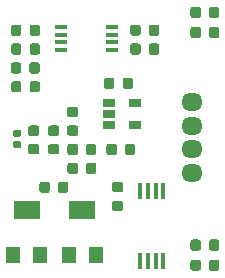
<source format=gtp>
G04 #@! TF.GenerationSoftware,KiCad,Pcbnew,(5.1.2)-1*
G04 #@! TF.CreationDate,2021-06-05T09:35:00+09:00*
G04 #@! TF.ProjectId,cs,63732e6b-6963-4616-945f-706362585858,v3.3*
G04 #@! TF.SameCoordinates,Original*
G04 #@! TF.FileFunction,Paste,Top*
G04 #@! TF.FilePolarity,Positive*
%FSLAX46Y46*%
G04 Gerber Fmt 4.6, Leading zero omitted, Abs format (unit mm)*
G04 Created by KiCad (PCBNEW (5.1.2)-1) date 2021-06-05 09:35:00*
%MOMM*%
%LPD*%
G04 APERTURE LIST*
%ADD10R,0.450000X1.450000*%
%ADD11R,1.100000X0.400000*%
%ADD12C,0.100000*%
%ADD13C,0.590000*%
%ADD14C,0.875000*%
%ADD15O,1.800000X1.524000*%
%ADD16R,1.060000X0.650000*%
%ADD17R,1.297940X1.399540*%
%ADD18R,2.298700X1.498600*%
G04 APERTURE END LIST*
D10*
X123825000Y-81050000D03*
X124475000Y-81050000D03*
X125125000Y-81050000D03*
X125775000Y-81050000D03*
X125775000Y-86950000D03*
X125125000Y-86950000D03*
X124475000Y-86950000D03*
X123825000Y-86950000D03*
D11*
X117150000Y-69075000D03*
X117150000Y-68425000D03*
X117150000Y-67775000D03*
X117150000Y-67125000D03*
X121450000Y-67125000D03*
X121450000Y-67775000D03*
X121450000Y-68425000D03*
X121450000Y-69075000D03*
D12*
G36*
X113586958Y-76805710D02*
G01*
X113601276Y-76807834D01*
X113615317Y-76811351D01*
X113628946Y-76816228D01*
X113642031Y-76822417D01*
X113654447Y-76829858D01*
X113666073Y-76838481D01*
X113676798Y-76848202D01*
X113686519Y-76858927D01*
X113695142Y-76870553D01*
X113702583Y-76882969D01*
X113708772Y-76896054D01*
X113713649Y-76909683D01*
X113717166Y-76923724D01*
X113719290Y-76938042D01*
X113720000Y-76952500D01*
X113720000Y-77247500D01*
X113719290Y-77261958D01*
X113717166Y-77276276D01*
X113713649Y-77290317D01*
X113708772Y-77303946D01*
X113702583Y-77317031D01*
X113695142Y-77329447D01*
X113686519Y-77341073D01*
X113676798Y-77351798D01*
X113666073Y-77361519D01*
X113654447Y-77370142D01*
X113642031Y-77377583D01*
X113628946Y-77383772D01*
X113615317Y-77388649D01*
X113601276Y-77392166D01*
X113586958Y-77394290D01*
X113572500Y-77395000D01*
X113227500Y-77395000D01*
X113213042Y-77394290D01*
X113198724Y-77392166D01*
X113184683Y-77388649D01*
X113171054Y-77383772D01*
X113157969Y-77377583D01*
X113145553Y-77370142D01*
X113133927Y-77361519D01*
X113123202Y-77351798D01*
X113113481Y-77341073D01*
X113104858Y-77329447D01*
X113097417Y-77317031D01*
X113091228Y-77303946D01*
X113086351Y-77290317D01*
X113082834Y-77276276D01*
X113080710Y-77261958D01*
X113080000Y-77247500D01*
X113080000Y-76952500D01*
X113080710Y-76938042D01*
X113082834Y-76923724D01*
X113086351Y-76909683D01*
X113091228Y-76896054D01*
X113097417Y-76882969D01*
X113104858Y-76870553D01*
X113113481Y-76858927D01*
X113123202Y-76848202D01*
X113133927Y-76838481D01*
X113145553Y-76829858D01*
X113157969Y-76822417D01*
X113171054Y-76816228D01*
X113184683Y-76811351D01*
X113198724Y-76807834D01*
X113213042Y-76805710D01*
X113227500Y-76805000D01*
X113572500Y-76805000D01*
X113586958Y-76805710D01*
X113586958Y-76805710D01*
G37*
D13*
X113400000Y-77100000D03*
D12*
G36*
X113586958Y-75835710D02*
G01*
X113601276Y-75837834D01*
X113615317Y-75841351D01*
X113628946Y-75846228D01*
X113642031Y-75852417D01*
X113654447Y-75859858D01*
X113666073Y-75868481D01*
X113676798Y-75878202D01*
X113686519Y-75888927D01*
X113695142Y-75900553D01*
X113702583Y-75912969D01*
X113708772Y-75926054D01*
X113713649Y-75939683D01*
X113717166Y-75953724D01*
X113719290Y-75968042D01*
X113720000Y-75982500D01*
X113720000Y-76277500D01*
X113719290Y-76291958D01*
X113717166Y-76306276D01*
X113713649Y-76320317D01*
X113708772Y-76333946D01*
X113702583Y-76347031D01*
X113695142Y-76359447D01*
X113686519Y-76371073D01*
X113676798Y-76381798D01*
X113666073Y-76391519D01*
X113654447Y-76400142D01*
X113642031Y-76407583D01*
X113628946Y-76413772D01*
X113615317Y-76418649D01*
X113601276Y-76422166D01*
X113586958Y-76424290D01*
X113572500Y-76425000D01*
X113227500Y-76425000D01*
X113213042Y-76424290D01*
X113198724Y-76422166D01*
X113184683Y-76418649D01*
X113171054Y-76413772D01*
X113157969Y-76407583D01*
X113145553Y-76400142D01*
X113133927Y-76391519D01*
X113123202Y-76381798D01*
X113113481Y-76371073D01*
X113104858Y-76359447D01*
X113097417Y-76347031D01*
X113091228Y-76333946D01*
X113086351Y-76320317D01*
X113082834Y-76306276D01*
X113080710Y-76291958D01*
X113080000Y-76277500D01*
X113080000Y-75982500D01*
X113080710Y-75968042D01*
X113082834Y-75953724D01*
X113086351Y-75939683D01*
X113091228Y-75926054D01*
X113097417Y-75912969D01*
X113104858Y-75900553D01*
X113113481Y-75888927D01*
X113123202Y-75878202D01*
X113133927Y-75868481D01*
X113145553Y-75859858D01*
X113157969Y-75852417D01*
X113171054Y-75846228D01*
X113184683Y-75841351D01*
X113198724Y-75837834D01*
X113213042Y-75835710D01*
X113227500Y-75835000D01*
X113572500Y-75835000D01*
X113586958Y-75835710D01*
X113586958Y-75835710D01*
G37*
D13*
X113400000Y-76130000D03*
D12*
G36*
X117539691Y-80226053D02*
G01*
X117560926Y-80229203D01*
X117581750Y-80234419D01*
X117601962Y-80241651D01*
X117621368Y-80250830D01*
X117639781Y-80261866D01*
X117657024Y-80274654D01*
X117672930Y-80289070D01*
X117687346Y-80304976D01*
X117700134Y-80322219D01*
X117711170Y-80340632D01*
X117720349Y-80360038D01*
X117727581Y-80380250D01*
X117732797Y-80401074D01*
X117735947Y-80422309D01*
X117737000Y-80443750D01*
X117737000Y-80956250D01*
X117735947Y-80977691D01*
X117732797Y-80998926D01*
X117727581Y-81019750D01*
X117720349Y-81039962D01*
X117711170Y-81059368D01*
X117700134Y-81077781D01*
X117687346Y-81095024D01*
X117672930Y-81110930D01*
X117657024Y-81125346D01*
X117639781Y-81138134D01*
X117621368Y-81149170D01*
X117601962Y-81158349D01*
X117581750Y-81165581D01*
X117560926Y-81170797D01*
X117539691Y-81173947D01*
X117518250Y-81175000D01*
X117080750Y-81175000D01*
X117059309Y-81173947D01*
X117038074Y-81170797D01*
X117017250Y-81165581D01*
X116997038Y-81158349D01*
X116977632Y-81149170D01*
X116959219Y-81138134D01*
X116941976Y-81125346D01*
X116926070Y-81110930D01*
X116911654Y-81095024D01*
X116898866Y-81077781D01*
X116887830Y-81059368D01*
X116878651Y-81039962D01*
X116871419Y-81019750D01*
X116866203Y-80998926D01*
X116863053Y-80977691D01*
X116862000Y-80956250D01*
X116862000Y-80443750D01*
X116863053Y-80422309D01*
X116866203Y-80401074D01*
X116871419Y-80380250D01*
X116878651Y-80360038D01*
X116887830Y-80340632D01*
X116898866Y-80322219D01*
X116911654Y-80304976D01*
X116926070Y-80289070D01*
X116941976Y-80274654D01*
X116959219Y-80261866D01*
X116977632Y-80250830D01*
X116997038Y-80241651D01*
X117017250Y-80234419D01*
X117038074Y-80229203D01*
X117059309Y-80226053D01*
X117080750Y-80225000D01*
X117518250Y-80225000D01*
X117539691Y-80226053D01*
X117539691Y-80226053D01*
G37*
D14*
X117299500Y-80700000D03*
D12*
G36*
X115964691Y-80226053D02*
G01*
X115985926Y-80229203D01*
X116006750Y-80234419D01*
X116026962Y-80241651D01*
X116046368Y-80250830D01*
X116064781Y-80261866D01*
X116082024Y-80274654D01*
X116097930Y-80289070D01*
X116112346Y-80304976D01*
X116125134Y-80322219D01*
X116136170Y-80340632D01*
X116145349Y-80360038D01*
X116152581Y-80380250D01*
X116157797Y-80401074D01*
X116160947Y-80422309D01*
X116162000Y-80443750D01*
X116162000Y-80956250D01*
X116160947Y-80977691D01*
X116157797Y-80998926D01*
X116152581Y-81019750D01*
X116145349Y-81039962D01*
X116136170Y-81059368D01*
X116125134Y-81077781D01*
X116112346Y-81095024D01*
X116097930Y-81110930D01*
X116082024Y-81125346D01*
X116064781Y-81138134D01*
X116046368Y-81149170D01*
X116026962Y-81158349D01*
X116006750Y-81165581D01*
X115985926Y-81170797D01*
X115964691Y-81173947D01*
X115943250Y-81175000D01*
X115505750Y-81175000D01*
X115484309Y-81173947D01*
X115463074Y-81170797D01*
X115442250Y-81165581D01*
X115422038Y-81158349D01*
X115402632Y-81149170D01*
X115384219Y-81138134D01*
X115366976Y-81125346D01*
X115351070Y-81110930D01*
X115336654Y-81095024D01*
X115323866Y-81077781D01*
X115312830Y-81059368D01*
X115303651Y-81039962D01*
X115296419Y-81019750D01*
X115291203Y-80998926D01*
X115288053Y-80977691D01*
X115287000Y-80956250D01*
X115287000Y-80443750D01*
X115288053Y-80422309D01*
X115291203Y-80401074D01*
X115296419Y-80380250D01*
X115303651Y-80360038D01*
X115312830Y-80340632D01*
X115323866Y-80322219D01*
X115336654Y-80304976D01*
X115351070Y-80289070D01*
X115366976Y-80274654D01*
X115384219Y-80261866D01*
X115402632Y-80250830D01*
X115422038Y-80241651D01*
X115442250Y-80234419D01*
X115463074Y-80229203D01*
X115484309Y-80226053D01*
X115505750Y-80225000D01*
X115943250Y-80225000D01*
X115964691Y-80226053D01*
X115964691Y-80226053D01*
G37*
D14*
X115724500Y-80700000D03*
D15*
X128200000Y-79500000D03*
X128200000Y-77500000D03*
X128200000Y-75500000D03*
X128200000Y-73500000D03*
D12*
G36*
X118377691Y-73888553D02*
G01*
X118398926Y-73891703D01*
X118419750Y-73896919D01*
X118439962Y-73904151D01*
X118459368Y-73913330D01*
X118477781Y-73924366D01*
X118495024Y-73937154D01*
X118510930Y-73951570D01*
X118525346Y-73967476D01*
X118538134Y-73984719D01*
X118549170Y-74003132D01*
X118558349Y-74022538D01*
X118565581Y-74042750D01*
X118570797Y-74063574D01*
X118573947Y-74084809D01*
X118575000Y-74106250D01*
X118575000Y-74543750D01*
X118573947Y-74565191D01*
X118570797Y-74586426D01*
X118565581Y-74607250D01*
X118558349Y-74627462D01*
X118549170Y-74646868D01*
X118538134Y-74665281D01*
X118525346Y-74682524D01*
X118510930Y-74698430D01*
X118495024Y-74712846D01*
X118477781Y-74725634D01*
X118459368Y-74736670D01*
X118439962Y-74745849D01*
X118419750Y-74753081D01*
X118398926Y-74758297D01*
X118377691Y-74761447D01*
X118356250Y-74762500D01*
X117843750Y-74762500D01*
X117822309Y-74761447D01*
X117801074Y-74758297D01*
X117780250Y-74753081D01*
X117760038Y-74745849D01*
X117740632Y-74736670D01*
X117722219Y-74725634D01*
X117704976Y-74712846D01*
X117689070Y-74698430D01*
X117674654Y-74682524D01*
X117661866Y-74665281D01*
X117650830Y-74646868D01*
X117641651Y-74627462D01*
X117634419Y-74607250D01*
X117629203Y-74586426D01*
X117626053Y-74565191D01*
X117625000Y-74543750D01*
X117625000Y-74106250D01*
X117626053Y-74084809D01*
X117629203Y-74063574D01*
X117634419Y-74042750D01*
X117641651Y-74022538D01*
X117650830Y-74003132D01*
X117661866Y-73984719D01*
X117674654Y-73967476D01*
X117689070Y-73951570D01*
X117704976Y-73937154D01*
X117722219Y-73924366D01*
X117740632Y-73913330D01*
X117760038Y-73904151D01*
X117780250Y-73896919D01*
X117801074Y-73891703D01*
X117822309Y-73888553D01*
X117843750Y-73887500D01*
X118356250Y-73887500D01*
X118377691Y-73888553D01*
X118377691Y-73888553D01*
G37*
D14*
X118100000Y-74325000D03*
D12*
G36*
X118377691Y-75463553D02*
G01*
X118398926Y-75466703D01*
X118419750Y-75471919D01*
X118439962Y-75479151D01*
X118459368Y-75488330D01*
X118477781Y-75499366D01*
X118495024Y-75512154D01*
X118510930Y-75526570D01*
X118525346Y-75542476D01*
X118538134Y-75559719D01*
X118549170Y-75578132D01*
X118558349Y-75597538D01*
X118565581Y-75617750D01*
X118570797Y-75638574D01*
X118573947Y-75659809D01*
X118575000Y-75681250D01*
X118575000Y-76118750D01*
X118573947Y-76140191D01*
X118570797Y-76161426D01*
X118565581Y-76182250D01*
X118558349Y-76202462D01*
X118549170Y-76221868D01*
X118538134Y-76240281D01*
X118525346Y-76257524D01*
X118510930Y-76273430D01*
X118495024Y-76287846D01*
X118477781Y-76300634D01*
X118459368Y-76311670D01*
X118439962Y-76320849D01*
X118419750Y-76328081D01*
X118398926Y-76333297D01*
X118377691Y-76336447D01*
X118356250Y-76337500D01*
X117843750Y-76337500D01*
X117822309Y-76336447D01*
X117801074Y-76333297D01*
X117780250Y-76328081D01*
X117760038Y-76320849D01*
X117740632Y-76311670D01*
X117722219Y-76300634D01*
X117704976Y-76287846D01*
X117689070Y-76273430D01*
X117674654Y-76257524D01*
X117661866Y-76240281D01*
X117650830Y-76221868D01*
X117641651Y-76202462D01*
X117634419Y-76182250D01*
X117629203Y-76161426D01*
X117626053Y-76140191D01*
X117625000Y-76118750D01*
X117625000Y-75681250D01*
X117626053Y-75659809D01*
X117629203Y-75638574D01*
X117634419Y-75617750D01*
X117641651Y-75597538D01*
X117650830Y-75578132D01*
X117661866Y-75559719D01*
X117674654Y-75542476D01*
X117689070Y-75526570D01*
X117704976Y-75512154D01*
X117722219Y-75499366D01*
X117740632Y-75488330D01*
X117760038Y-75479151D01*
X117780250Y-75471919D01*
X117801074Y-75466703D01*
X117822309Y-75463553D01*
X117843750Y-75462500D01*
X118356250Y-75462500D01*
X118377691Y-75463553D01*
X118377691Y-75463553D01*
G37*
D14*
X118100000Y-75900000D03*
D12*
G36*
X118340691Y-77026053D02*
G01*
X118361926Y-77029203D01*
X118382750Y-77034419D01*
X118402962Y-77041651D01*
X118422368Y-77050830D01*
X118440781Y-77061866D01*
X118458024Y-77074654D01*
X118473930Y-77089070D01*
X118488346Y-77104976D01*
X118501134Y-77122219D01*
X118512170Y-77140632D01*
X118521349Y-77160038D01*
X118528581Y-77180250D01*
X118533797Y-77201074D01*
X118536947Y-77222309D01*
X118538000Y-77243750D01*
X118538000Y-77756250D01*
X118536947Y-77777691D01*
X118533797Y-77798926D01*
X118528581Y-77819750D01*
X118521349Y-77839962D01*
X118512170Y-77859368D01*
X118501134Y-77877781D01*
X118488346Y-77895024D01*
X118473930Y-77910930D01*
X118458024Y-77925346D01*
X118440781Y-77938134D01*
X118422368Y-77949170D01*
X118402962Y-77958349D01*
X118382750Y-77965581D01*
X118361926Y-77970797D01*
X118340691Y-77973947D01*
X118319250Y-77975000D01*
X117881750Y-77975000D01*
X117860309Y-77973947D01*
X117839074Y-77970797D01*
X117818250Y-77965581D01*
X117798038Y-77958349D01*
X117778632Y-77949170D01*
X117760219Y-77938134D01*
X117742976Y-77925346D01*
X117727070Y-77910930D01*
X117712654Y-77895024D01*
X117699866Y-77877781D01*
X117688830Y-77859368D01*
X117679651Y-77839962D01*
X117672419Y-77819750D01*
X117667203Y-77798926D01*
X117664053Y-77777691D01*
X117663000Y-77756250D01*
X117663000Y-77243750D01*
X117664053Y-77222309D01*
X117667203Y-77201074D01*
X117672419Y-77180250D01*
X117679651Y-77160038D01*
X117688830Y-77140632D01*
X117699866Y-77122219D01*
X117712654Y-77104976D01*
X117727070Y-77089070D01*
X117742976Y-77074654D01*
X117760219Y-77061866D01*
X117778632Y-77050830D01*
X117798038Y-77041651D01*
X117818250Y-77034419D01*
X117839074Y-77029203D01*
X117860309Y-77026053D01*
X117881750Y-77025000D01*
X118319250Y-77025000D01*
X118340691Y-77026053D01*
X118340691Y-77026053D01*
G37*
D14*
X118100500Y-77500000D03*
D12*
G36*
X119915691Y-77026053D02*
G01*
X119936926Y-77029203D01*
X119957750Y-77034419D01*
X119977962Y-77041651D01*
X119997368Y-77050830D01*
X120015781Y-77061866D01*
X120033024Y-77074654D01*
X120048930Y-77089070D01*
X120063346Y-77104976D01*
X120076134Y-77122219D01*
X120087170Y-77140632D01*
X120096349Y-77160038D01*
X120103581Y-77180250D01*
X120108797Y-77201074D01*
X120111947Y-77222309D01*
X120113000Y-77243750D01*
X120113000Y-77756250D01*
X120111947Y-77777691D01*
X120108797Y-77798926D01*
X120103581Y-77819750D01*
X120096349Y-77839962D01*
X120087170Y-77859368D01*
X120076134Y-77877781D01*
X120063346Y-77895024D01*
X120048930Y-77910930D01*
X120033024Y-77925346D01*
X120015781Y-77938134D01*
X119997368Y-77949170D01*
X119977962Y-77958349D01*
X119957750Y-77965581D01*
X119936926Y-77970797D01*
X119915691Y-77973947D01*
X119894250Y-77975000D01*
X119456750Y-77975000D01*
X119435309Y-77973947D01*
X119414074Y-77970797D01*
X119393250Y-77965581D01*
X119373038Y-77958349D01*
X119353632Y-77949170D01*
X119335219Y-77938134D01*
X119317976Y-77925346D01*
X119302070Y-77910930D01*
X119287654Y-77895024D01*
X119274866Y-77877781D01*
X119263830Y-77859368D01*
X119254651Y-77839962D01*
X119247419Y-77819750D01*
X119242203Y-77798926D01*
X119239053Y-77777691D01*
X119238000Y-77756250D01*
X119238000Y-77243750D01*
X119239053Y-77222309D01*
X119242203Y-77201074D01*
X119247419Y-77180250D01*
X119254651Y-77160038D01*
X119263830Y-77140632D01*
X119274866Y-77122219D01*
X119287654Y-77104976D01*
X119302070Y-77089070D01*
X119317976Y-77074654D01*
X119335219Y-77061866D01*
X119353632Y-77050830D01*
X119373038Y-77041651D01*
X119393250Y-77034419D01*
X119414074Y-77029203D01*
X119435309Y-77026053D01*
X119456750Y-77025000D01*
X119894250Y-77025000D01*
X119915691Y-77026053D01*
X119915691Y-77026053D01*
G37*
D14*
X119675500Y-77500000D03*
D16*
X123400000Y-73550000D03*
X123400000Y-75450000D03*
X121200000Y-75450000D03*
X121200000Y-74500000D03*
X121200000Y-73550000D03*
D17*
X117751920Y-86449780D03*
D18*
X118900000Y-82601680D03*
D17*
X120048080Y-86449780D03*
X113051920Y-86448080D03*
D18*
X114200000Y-82599980D03*
D17*
X115348080Y-86448080D03*
D12*
G36*
X123652691Y-66926053D02*
G01*
X123673926Y-66929203D01*
X123694750Y-66934419D01*
X123714962Y-66941651D01*
X123734368Y-66950830D01*
X123752781Y-66961866D01*
X123770024Y-66974654D01*
X123785930Y-66989070D01*
X123800346Y-67004976D01*
X123813134Y-67022219D01*
X123824170Y-67040632D01*
X123833349Y-67060038D01*
X123840581Y-67080250D01*
X123845797Y-67101074D01*
X123848947Y-67122309D01*
X123850000Y-67143750D01*
X123850000Y-67656250D01*
X123848947Y-67677691D01*
X123845797Y-67698926D01*
X123840581Y-67719750D01*
X123833349Y-67739962D01*
X123824170Y-67759368D01*
X123813134Y-67777781D01*
X123800346Y-67795024D01*
X123785930Y-67810930D01*
X123770024Y-67825346D01*
X123752781Y-67838134D01*
X123734368Y-67849170D01*
X123714962Y-67858349D01*
X123694750Y-67865581D01*
X123673926Y-67870797D01*
X123652691Y-67873947D01*
X123631250Y-67875000D01*
X123193750Y-67875000D01*
X123172309Y-67873947D01*
X123151074Y-67870797D01*
X123130250Y-67865581D01*
X123110038Y-67858349D01*
X123090632Y-67849170D01*
X123072219Y-67838134D01*
X123054976Y-67825346D01*
X123039070Y-67810930D01*
X123024654Y-67795024D01*
X123011866Y-67777781D01*
X123000830Y-67759368D01*
X122991651Y-67739962D01*
X122984419Y-67719750D01*
X122979203Y-67698926D01*
X122976053Y-67677691D01*
X122975000Y-67656250D01*
X122975000Y-67143750D01*
X122976053Y-67122309D01*
X122979203Y-67101074D01*
X122984419Y-67080250D01*
X122991651Y-67060038D01*
X123000830Y-67040632D01*
X123011866Y-67022219D01*
X123024654Y-67004976D01*
X123039070Y-66989070D01*
X123054976Y-66974654D01*
X123072219Y-66961866D01*
X123090632Y-66950830D01*
X123110038Y-66941651D01*
X123130250Y-66934419D01*
X123151074Y-66929203D01*
X123172309Y-66926053D01*
X123193750Y-66925000D01*
X123631250Y-66925000D01*
X123652691Y-66926053D01*
X123652691Y-66926053D01*
G37*
D14*
X123412500Y-67400000D03*
D12*
G36*
X125227691Y-66926053D02*
G01*
X125248926Y-66929203D01*
X125269750Y-66934419D01*
X125289962Y-66941651D01*
X125309368Y-66950830D01*
X125327781Y-66961866D01*
X125345024Y-66974654D01*
X125360930Y-66989070D01*
X125375346Y-67004976D01*
X125388134Y-67022219D01*
X125399170Y-67040632D01*
X125408349Y-67060038D01*
X125415581Y-67080250D01*
X125420797Y-67101074D01*
X125423947Y-67122309D01*
X125425000Y-67143750D01*
X125425000Y-67656250D01*
X125423947Y-67677691D01*
X125420797Y-67698926D01*
X125415581Y-67719750D01*
X125408349Y-67739962D01*
X125399170Y-67759368D01*
X125388134Y-67777781D01*
X125375346Y-67795024D01*
X125360930Y-67810930D01*
X125345024Y-67825346D01*
X125327781Y-67838134D01*
X125309368Y-67849170D01*
X125289962Y-67858349D01*
X125269750Y-67865581D01*
X125248926Y-67870797D01*
X125227691Y-67873947D01*
X125206250Y-67875000D01*
X124768750Y-67875000D01*
X124747309Y-67873947D01*
X124726074Y-67870797D01*
X124705250Y-67865581D01*
X124685038Y-67858349D01*
X124665632Y-67849170D01*
X124647219Y-67838134D01*
X124629976Y-67825346D01*
X124614070Y-67810930D01*
X124599654Y-67795024D01*
X124586866Y-67777781D01*
X124575830Y-67759368D01*
X124566651Y-67739962D01*
X124559419Y-67719750D01*
X124554203Y-67698926D01*
X124551053Y-67677691D01*
X124550000Y-67656250D01*
X124550000Y-67143750D01*
X124551053Y-67122309D01*
X124554203Y-67101074D01*
X124559419Y-67080250D01*
X124566651Y-67060038D01*
X124575830Y-67040632D01*
X124586866Y-67022219D01*
X124599654Y-67004976D01*
X124614070Y-66989070D01*
X124629976Y-66974654D01*
X124647219Y-66961866D01*
X124665632Y-66950830D01*
X124685038Y-66941651D01*
X124705250Y-66934419D01*
X124726074Y-66929203D01*
X124747309Y-66926053D01*
X124768750Y-66925000D01*
X125206250Y-66925000D01*
X125227691Y-66926053D01*
X125227691Y-66926053D01*
G37*
D14*
X124987500Y-67400000D03*
D12*
G36*
X123652691Y-68526053D02*
G01*
X123673926Y-68529203D01*
X123694750Y-68534419D01*
X123714962Y-68541651D01*
X123734368Y-68550830D01*
X123752781Y-68561866D01*
X123770024Y-68574654D01*
X123785930Y-68589070D01*
X123800346Y-68604976D01*
X123813134Y-68622219D01*
X123824170Y-68640632D01*
X123833349Y-68660038D01*
X123840581Y-68680250D01*
X123845797Y-68701074D01*
X123848947Y-68722309D01*
X123850000Y-68743750D01*
X123850000Y-69256250D01*
X123848947Y-69277691D01*
X123845797Y-69298926D01*
X123840581Y-69319750D01*
X123833349Y-69339962D01*
X123824170Y-69359368D01*
X123813134Y-69377781D01*
X123800346Y-69395024D01*
X123785930Y-69410930D01*
X123770024Y-69425346D01*
X123752781Y-69438134D01*
X123734368Y-69449170D01*
X123714962Y-69458349D01*
X123694750Y-69465581D01*
X123673926Y-69470797D01*
X123652691Y-69473947D01*
X123631250Y-69475000D01*
X123193750Y-69475000D01*
X123172309Y-69473947D01*
X123151074Y-69470797D01*
X123130250Y-69465581D01*
X123110038Y-69458349D01*
X123090632Y-69449170D01*
X123072219Y-69438134D01*
X123054976Y-69425346D01*
X123039070Y-69410930D01*
X123024654Y-69395024D01*
X123011866Y-69377781D01*
X123000830Y-69359368D01*
X122991651Y-69339962D01*
X122984419Y-69319750D01*
X122979203Y-69298926D01*
X122976053Y-69277691D01*
X122975000Y-69256250D01*
X122975000Y-68743750D01*
X122976053Y-68722309D01*
X122979203Y-68701074D01*
X122984419Y-68680250D01*
X122991651Y-68660038D01*
X123000830Y-68640632D01*
X123011866Y-68622219D01*
X123024654Y-68604976D01*
X123039070Y-68589070D01*
X123054976Y-68574654D01*
X123072219Y-68561866D01*
X123090632Y-68550830D01*
X123110038Y-68541651D01*
X123130250Y-68534419D01*
X123151074Y-68529203D01*
X123172309Y-68526053D01*
X123193750Y-68525000D01*
X123631250Y-68525000D01*
X123652691Y-68526053D01*
X123652691Y-68526053D01*
G37*
D14*
X123412500Y-69000000D03*
D12*
G36*
X125227691Y-68526053D02*
G01*
X125248926Y-68529203D01*
X125269750Y-68534419D01*
X125289962Y-68541651D01*
X125309368Y-68550830D01*
X125327781Y-68561866D01*
X125345024Y-68574654D01*
X125360930Y-68589070D01*
X125375346Y-68604976D01*
X125388134Y-68622219D01*
X125399170Y-68640632D01*
X125408349Y-68660038D01*
X125415581Y-68680250D01*
X125420797Y-68701074D01*
X125423947Y-68722309D01*
X125425000Y-68743750D01*
X125425000Y-69256250D01*
X125423947Y-69277691D01*
X125420797Y-69298926D01*
X125415581Y-69319750D01*
X125408349Y-69339962D01*
X125399170Y-69359368D01*
X125388134Y-69377781D01*
X125375346Y-69395024D01*
X125360930Y-69410930D01*
X125345024Y-69425346D01*
X125327781Y-69438134D01*
X125309368Y-69449170D01*
X125289962Y-69458349D01*
X125269750Y-69465581D01*
X125248926Y-69470797D01*
X125227691Y-69473947D01*
X125206250Y-69475000D01*
X124768750Y-69475000D01*
X124747309Y-69473947D01*
X124726074Y-69470797D01*
X124705250Y-69465581D01*
X124685038Y-69458349D01*
X124665632Y-69449170D01*
X124647219Y-69438134D01*
X124629976Y-69425346D01*
X124614070Y-69410930D01*
X124599654Y-69395024D01*
X124586866Y-69377781D01*
X124575830Y-69359368D01*
X124566651Y-69339962D01*
X124559419Y-69319750D01*
X124554203Y-69298926D01*
X124551053Y-69277691D01*
X124550000Y-69256250D01*
X124550000Y-68743750D01*
X124551053Y-68722309D01*
X124554203Y-68701074D01*
X124559419Y-68680250D01*
X124566651Y-68660038D01*
X124575830Y-68640632D01*
X124586866Y-68622219D01*
X124599654Y-68604976D01*
X124614070Y-68589070D01*
X124629976Y-68574654D01*
X124647219Y-68561866D01*
X124665632Y-68550830D01*
X124685038Y-68541651D01*
X124705250Y-68534419D01*
X124726074Y-68529203D01*
X124747309Y-68526053D01*
X124768750Y-68525000D01*
X125206250Y-68525000D01*
X125227691Y-68526053D01*
X125227691Y-68526053D01*
G37*
D14*
X124987500Y-69000000D03*
D12*
G36*
X121640691Y-77026053D02*
G01*
X121661926Y-77029203D01*
X121682750Y-77034419D01*
X121702962Y-77041651D01*
X121722368Y-77050830D01*
X121740781Y-77061866D01*
X121758024Y-77074654D01*
X121773930Y-77089070D01*
X121788346Y-77104976D01*
X121801134Y-77122219D01*
X121812170Y-77140632D01*
X121821349Y-77160038D01*
X121828581Y-77180250D01*
X121833797Y-77201074D01*
X121836947Y-77222309D01*
X121838000Y-77243750D01*
X121838000Y-77756250D01*
X121836947Y-77777691D01*
X121833797Y-77798926D01*
X121828581Y-77819750D01*
X121821349Y-77839962D01*
X121812170Y-77859368D01*
X121801134Y-77877781D01*
X121788346Y-77895024D01*
X121773930Y-77910930D01*
X121758024Y-77925346D01*
X121740781Y-77938134D01*
X121722368Y-77949170D01*
X121702962Y-77958349D01*
X121682750Y-77965581D01*
X121661926Y-77970797D01*
X121640691Y-77973947D01*
X121619250Y-77975000D01*
X121181750Y-77975000D01*
X121160309Y-77973947D01*
X121139074Y-77970797D01*
X121118250Y-77965581D01*
X121098038Y-77958349D01*
X121078632Y-77949170D01*
X121060219Y-77938134D01*
X121042976Y-77925346D01*
X121027070Y-77910930D01*
X121012654Y-77895024D01*
X120999866Y-77877781D01*
X120988830Y-77859368D01*
X120979651Y-77839962D01*
X120972419Y-77819750D01*
X120967203Y-77798926D01*
X120964053Y-77777691D01*
X120963000Y-77756250D01*
X120963000Y-77243750D01*
X120964053Y-77222309D01*
X120967203Y-77201074D01*
X120972419Y-77180250D01*
X120979651Y-77160038D01*
X120988830Y-77140632D01*
X120999866Y-77122219D01*
X121012654Y-77104976D01*
X121027070Y-77089070D01*
X121042976Y-77074654D01*
X121060219Y-77061866D01*
X121078632Y-77050830D01*
X121098038Y-77041651D01*
X121118250Y-77034419D01*
X121139074Y-77029203D01*
X121160309Y-77026053D01*
X121181750Y-77025000D01*
X121619250Y-77025000D01*
X121640691Y-77026053D01*
X121640691Y-77026053D01*
G37*
D14*
X121400500Y-77500000D03*
D12*
G36*
X123215691Y-77026053D02*
G01*
X123236926Y-77029203D01*
X123257750Y-77034419D01*
X123277962Y-77041651D01*
X123297368Y-77050830D01*
X123315781Y-77061866D01*
X123333024Y-77074654D01*
X123348930Y-77089070D01*
X123363346Y-77104976D01*
X123376134Y-77122219D01*
X123387170Y-77140632D01*
X123396349Y-77160038D01*
X123403581Y-77180250D01*
X123408797Y-77201074D01*
X123411947Y-77222309D01*
X123413000Y-77243750D01*
X123413000Y-77756250D01*
X123411947Y-77777691D01*
X123408797Y-77798926D01*
X123403581Y-77819750D01*
X123396349Y-77839962D01*
X123387170Y-77859368D01*
X123376134Y-77877781D01*
X123363346Y-77895024D01*
X123348930Y-77910930D01*
X123333024Y-77925346D01*
X123315781Y-77938134D01*
X123297368Y-77949170D01*
X123277962Y-77958349D01*
X123257750Y-77965581D01*
X123236926Y-77970797D01*
X123215691Y-77973947D01*
X123194250Y-77975000D01*
X122756750Y-77975000D01*
X122735309Y-77973947D01*
X122714074Y-77970797D01*
X122693250Y-77965581D01*
X122673038Y-77958349D01*
X122653632Y-77949170D01*
X122635219Y-77938134D01*
X122617976Y-77925346D01*
X122602070Y-77910930D01*
X122587654Y-77895024D01*
X122574866Y-77877781D01*
X122563830Y-77859368D01*
X122554651Y-77839962D01*
X122547419Y-77819750D01*
X122542203Y-77798926D01*
X122539053Y-77777691D01*
X122538000Y-77756250D01*
X122538000Y-77243750D01*
X122539053Y-77222309D01*
X122542203Y-77201074D01*
X122547419Y-77180250D01*
X122554651Y-77160038D01*
X122563830Y-77140632D01*
X122574866Y-77122219D01*
X122587654Y-77104976D01*
X122602070Y-77089070D01*
X122617976Y-77074654D01*
X122635219Y-77061866D01*
X122653632Y-77050830D01*
X122673038Y-77041651D01*
X122693250Y-77034419D01*
X122714074Y-77029203D01*
X122735309Y-77026053D01*
X122756750Y-77025000D01*
X123194250Y-77025000D01*
X123215691Y-77026053D01*
X123215691Y-77026053D01*
G37*
D14*
X122975500Y-77500000D03*
D12*
G36*
X115115691Y-70126053D02*
G01*
X115136926Y-70129203D01*
X115157750Y-70134419D01*
X115177962Y-70141651D01*
X115197368Y-70150830D01*
X115215781Y-70161866D01*
X115233024Y-70174654D01*
X115248930Y-70189070D01*
X115263346Y-70204976D01*
X115276134Y-70222219D01*
X115287170Y-70240632D01*
X115296349Y-70260038D01*
X115303581Y-70280250D01*
X115308797Y-70301074D01*
X115311947Y-70322309D01*
X115313000Y-70343750D01*
X115313000Y-70856250D01*
X115311947Y-70877691D01*
X115308797Y-70898926D01*
X115303581Y-70919750D01*
X115296349Y-70939962D01*
X115287170Y-70959368D01*
X115276134Y-70977781D01*
X115263346Y-70995024D01*
X115248930Y-71010930D01*
X115233024Y-71025346D01*
X115215781Y-71038134D01*
X115197368Y-71049170D01*
X115177962Y-71058349D01*
X115157750Y-71065581D01*
X115136926Y-71070797D01*
X115115691Y-71073947D01*
X115094250Y-71075000D01*
X114656750Y-71075000D01*
X114635309Y-71073947D01*
X114614074Y-71070797D01*
X114593250Y-71065581D01*
X114573038Y-71058349D01*
X114553632Y-71049170D01*
X114535219Y-71038134D01*
X114517976Y-71025346D01*
X114502070Y-71010930D01*
X114487654Y-70995024D01*
X114474866Y-70977781D01*
X114463830Y-70959368D01*
X114454651Y-70939962D01*
X114447419Y-70919750D01*
X114442203Y-70898926D01*
X114439053Y-70877691D01*
X114438000Y-70856250D01*
X114438000Y-70343750D01*
X114439053Y-70322309D01*
X114442203Y-70301074D01*
X114447419Y-70280250D01*
X114454651Y-70260038D01*
X114463830Y-70240632D01*
X114474866Y-70222219D01*
X114487654Y-70204976D01*
X114502070Y-70189070D01*
X114517976Y-70174654D01*
X114535219Y-70161866D01*
X114553632Y-70150830D01*
X114573038Y-70141651D01*
X114593250Y-70134419D01*
X114614074Y-70129203D01*
X114635309Y-70126053D01*
X114656750Y-70125000D01*
X115094250Y-70125000D01*
X115115691Y-70126053D01*
X115115691Y-70126053D01*
G37*
D14*
X114875500Y-70600000D03*
D12*
G36*
X113540691Y-70126053D02*
G01*
X113561926Y-70129203D01*
X113582750Y-70134419D01*
X113602962Y-70141651D01*
X113622368Y-70150830D01*
X113640781Y-70161866D01*
X113658024Y-70174654D01*
X113673930Y-70189070D01*
X113688346Y-70204976D01*
X113701134Y-70222219D01*
X113712170Y-70240632D01*
X113721349Y-70260038D01*
X113728581Y-70280250D01*
X113733797Y-70301074D01*
X113736947Y-70322309D01*
X113738000Y-70343750D01*
X113738000Y-70856250D01*
X113736947Y-70877691D01*
X113733797Y-70898926D01*
X113728581Y-70919750D01*
X113721349Y-70939962D01*
X113712170Y-70959368D01*
X113701134Y-70977781D01*
X113688346Y-70995024D01*
X113673930Y-71010930D01*
X113658024Y-71025346D01*
X113640781Y-71038134D01*
X113622368Y-71049170D01*
X113602962Y-71058349D01*
X113582750Y-71065581D01*
X113561926Y-71070797D01*
X113540691Y-71073947D01*
X113519250Y-71075000D01*
X113081750Y-71075000D01*
X113060309Y-71073947D01*
X113039074Y-71070797D01*
X113018250Y-71065581D01*
X112998038Y-71058349D01*
X112978632Y-71049170D01*
X112960219Y-71038134D01*
X112942976Y-71025346D01*
X112927070Y-71010930D01*
X112912654Y-70995024D01*
X112899866Y-70977781D01*
X112888830Y-70959368D01*
X112879651Y-70939962D01*
X112872419Y-70919750D01*
X112867203Y-70898926D01*
X112864053Y-70877691D01*
X112863000Y-70856250D01*
X112863000Y-70343750D01*
X112864053Y-70322309D01*
X112867203Y-70301074D01*
X112872419Y-70280250D01*
X112879651Y-70260038D01*
X112888830Y-70240632D01*
X112899866Y-70222219D01*
X112912654Y-70204976D01*
X112927070Y-70189070D01*
X112942976Y-70174654D01*
X112960219Y-70161866D01*
X112978632Y-70150830D01*
X112998038Y-70141651D01*
X113018250Y-70134419D01*
X113039074Y-70129203D01*
X113060309Y-70126053D01*
X113081750Y-70125000D01*
X113519250Y-70125000D01*
X113540691Y-70126053D01*
X113540691Y-70126053D01*
G37*
D14*
X113300500Y-70600000D03*
D12*
G36*
X113564691Y-68526053D02*
G01*
X113585926Y-68529203D01*
X113606750Y-68534419D01*
X113626962Y-68541651D01*
X113646368Y-68550830D01*
X113664781Y-68561866D01*
X113682024Y-68574654D01*
X113697930Y-68589070D01*
X113712346Y-68604976D01*
X113725134Y-68622219D01*
X113736170Y-68640632D01*
X113745349Y-68660038D01*
X113752581Y-68680250D01*
X113757797Y-68701074D01*
X113760947Y-68722309D01*
X113762000Y-68743750D01*
X113762000Y-69256250D01*
X113760947Y-69277691D01*
X113757797Y-69298926D01*
X113752581Y-69319750D01*
X113745349Y-69339962D01*
X113736170Y-69359368D01*
X113725134Y-69377781D01*
X113712346Y-69395024D01*
X113697930Y-69410930D01*
X113682024Y-69425346D01*
X113664781Y-69438134D01*
X113646368Y-69449170D01*
X113626962Y-69458349D01*
X113606750Y-69465581D01*
X113585926Y-69470797D01*
X113564691Y-69473947D01*
X113543250Y-69475000D01*
X113105750Y-69475000D01*
X113084309Y-69473947D01*
X113063074Y-69470797D01*
X113042250Y-69465581D01*
X113022038Y-69458349D01*
X113002632Y-69449170D01*
X112984219Y-69438134D01*
X112966976Y-69425346D01*
X112951070Y-69410930D01*
X112936654Y-69395024D01*
X112923866Y-69377781D01*
X112912830Y-69359368D01*
X112903651Y-69339962D01*
X112896419Y-69319750D01*
X112891203Y-69298926D01*
X112888053Y-69277691D01*
X112887000Y-69256250D01*
X112887000Y-68743750D01*
X112888053Y-68722309D01*
X112891203Y-68701074D01*
X112896419Y-68680250D01*
X112903651Y-68660038D01*
X112912830Y-68640632D01*
X112923866Y-68622219D01*
X112936654Y-68604976D01*
X112951070Y-68589070D01*
X112966976Y-68574654D01*
X112984219Y-68561866D01*
X113002632Y-68550830D01*
X113022038Y-68541651D01*
X113042250Y-68534419D01*
X113063074Y-68529203D01*
X113084309Y-68526053D01*
X113105750Y-68525000D01*
X113543250Y-68525000D01*
X113564691Y-68526053D01*
X113564691Y-68526053D01*
G37*
D14*
X113324500Y-69000000D03*
D12*
G36*
X115139691Y-68526053D02*
G01*
X115160926Y-68529203D01*
X115181750Y-68534419D01*
X115201962Y-68541651D01*
X115221368Y-68550830D01*
X115239781Y-68561866D01*
X115257024Y-68574654D01*
X115272930Y-68589070D01*
X115287346Y-68604976D01*
X115300134Y-68622219D01*
X115311170Y-68640632D01*
X115320349Y-68660038D01*
X115327581Y-68680250D01*
X115332797Y-68701074D01*
X115335947Y-68722309D01*
X115337000Y-68743750D01*
X115337000Y-69256250D01*
X115335947Y-69277691D01*
X115332797Y-69298926D01*
X115327581Y-69319750D01*
X115320349Y-69339962D01*
X115311170Y-69359368D01*
X115300134Y-69377781D01*
X115287346Y-69395024D01*
X115272930Y-69410930D01*
X115257024Y-69425346D01*
X115239781Y-69438134D01*
X115221368Y-69449170D01*
X115201962Y-69458349D01*
X115181750Y-69465581D01*
X115160926Y-69470797D01*
X115139691Y-69473947D01*
X115118250Y-69475000D01*
X114680750Y-69475000D01*
X114659309Y-69473947D01*
X114638074Y-69470797D01*
X114617250Y-69465581D01*
X114597038Y-69458349D01*
X114577632Y-69449170D01*
X114559219Y-69438134D01*
X114541976Y-69425346D01*
X114526070Y-69410930D01*
X114511654Y-69395024D01*
X114498866Y-69377781D01*
X114487830Y-69359368D01*
X114478651Y-69339962D01*
X114471419Y-69319750D01*
X114466203Y-69298926D01*
X114463053Y-69277691D01*
X114462000Y-69256250D01*
X114462000Y-68743750D01*
X114463053Y-68722309D01*
X114466203Y-68701074D01*
X114471419Y-68680250D01*
X114478651Y-68660038D01*
X114487830Y-68640632D01*
X114498866Y-68622219D01*
X114511654Y-68604976D01*
X114526070Y-68589070D01*
X114541976Y-68574654D01*
X114559219Y-68561866D01*
X114577632Y-68550830D01*
X114597038Y-68541651D01*
X114617250Y-68534419D01*
X114638074Y-68529203D01*
X114659309Y-68526053D01*
X114680750Y-68525000D01*
X115118250Y-68525000D01*
X115139691Y-68526053D01*
X115139691Y-68526053D01*
G37*
D14*
X114899500Y-69000000D03*
D12*
G36*
X113564691Y-66926053D02*
G01*
X113585926Y-66929203D01*
X113606750Y-66934419D01*
X113626962Y-66941651D01*
X113646368Y-66950830D01*
X113664781Y-66961866D01*
X113682024Y-66974654D01*
X113697930Y-66989070D01*
X113712346Y-67004976D01*
X113725134Y-67022219D01*
X113736170Y-67040632D01*
X113745349Y-67060038D01*
X113752581Y-67080250D01*
X113757797Y-67101074D01*
X113760947Y-67122309D01*
X113762000Y-67143750D01*
X113762000Y-67656250D01*
X113760947Y-67677691D01*
X113757797Y-67698926D01*
X113752581Y-67719750D01*
X113745349Y-67739962D01*
X113736170Y-67759368D01*
X113725134Y-67777781D01*
X113712346Y-67795024D01*
X113697930Y-67810930D01*
X113682024Y-67825346D01*
X113664781Y-67838134D01*
X113646368Y-67849170D01*
X113626962Y-67858349D01*
X113606750Y-67865581D01*
X113585926Y-67870797D01*
X113564691Y-67873947D01*
X113543250Y-67875000D01*
X113105750Y-67875000D01*
X113084309Y-67873947D01*
X113063074Y-67870797D01*
X113042250Y-67865581D01*
X113022038Y-67858349D01*
X113002632Y-67849170D01*
X112984219Y-67838134D01*
X112966976Y-67825346D01*
X112951070Y-67810930D01*
X112936654Y-67795024D01*
X112923866Y-67777781D01*
X112912830Y-67759368D01*
X112903651Y-67739962D01*
X112896419Y-67719750D01*
X112891203Y-67698926D01*
X112888053Y-67677691D01*
X112887000Y-67656250D01*
X112887000Y-67143750D01*
X112888053Y-67122309D01*
X112891203Y-67101074D01*
X112896419Y-67080250D01*
X112903651Y-67060038D01*
X112912830Y-67040632D01*
X112923866Y-67022219D01*
X112936654Y-67004976D01*
X112951070Y-66989070D01*
X112966976Y-66974654D01*
X112984219Y-66961866D01*
X113002632Y-66950830D01*
X113022038Y-66941651D01*
X113042250Y-66934419D01*
X113063074Y-66929203D01*
X113084309Y-66926053D01*
X113105750Y-66925000D01*
X113543250Y-66925000D01*
X113564691Y-66926053D01*
X113564691Y-66926053D01*
G37*
D14*
X113324500Y-67400000D03*
D12*
G36*
X115139691Y-66926053D02*
G01*
X115160926Y-66929203D01*
X115181750Y-66934419D01*
X115201962Y-66941651D01*
X115221368Y-66950830D01*
X115239781Y-66961866D01*
X115257024Y-66974654D01*
X115272930Y-66989070D01*
X115287346Y-67004976D01*
X115300134Y-67022219D01*
X115311170Y-67040632D01*
X115320349Y-67060038D01*
X115327581Y-67080250D01*
X115332797Y-67101074D01*
X115335947Y-67122309D01*
X115337000Y-67143750D01*
X115337000Y-67656250D01*
X115335947Y-67677691D01*
X115332797Y-67698926D01*
X115327581Y-67719750D01*
X115320349Y-67739962D01*
X115311170Y-67759368D01*
X115300134Y-67777781D01*
X115287346Y-67795024D01*
X115272930Y-67810930D01*
X115257024Y-67825346D01*
X115239781Y-67838134D01*
X115221368Y-67849170D01*
X115201962Y-67858349D01*
X115181750Y-67865581D01*
X115160926Y-67870797D01*
X115139691Y-67873947D01*
X115118250Y-67875000D01*
X114680750Y-67875000D01*
X114659309Y-67873947D01*
X114638074Y-67870797D01*
X114617250Y-67865581D01*
X114597038Y-67858349D01*
X114577632Y-67849170D01*
X114559219Y-67838134D01*
X114541976Y-67825346D01*
X114526070Y-67810930D01*
X114511654Y-67795024D01*
X114498866Y-67777781D01*
X114487830Y-67759368D01*
X114478651Y-67739962D01*
X114471419Y-67719750D01*
X114466203Y-67698926D01*
X114463053Y-67677691D01*
X114462000Y-67656250D01*
X114462000Y-67143750D01*
X114463053Y-67122309D01*
X114466203Y-67101074D01*
X114471419Y-67080250D01*
X114478651Y-67060038D01*
X114487830Y-67040632D01*
X114498866Y-67022219D01*
X114511654Y-67004976D01*
X114526070Y-66989070D01*
X114541976Y-66974654D01*
X114559219Y-66961866D01*
X114577632Y-66950830D01*
X114597038Y-66941651D01*
X114617250Y-66934419D01*
X114638074Y-66929203D01*
X114659309Y-66926053D01*
X114680750Y-66925000D01*
X115118250Y-66925000D01*
X115139691Y-66926053D01*
X115139691Y-66926053D01*
G37*
D14*
X114899500Y-67400000D03*
D12*
G36*
X122177691Y-81838553D02*
G01*
X122198926Y-81841703D01*
X122219750Y-81846919D01*
X122239962Y-81854151D01*
X122259368Y-81863330D01*
X122277781Y-81874366D01*
X122295024Y-81887154D01*
X122310930Y-81901570D01*
X122325346Y-81917476D01*
X122338134Y-81934719D01*
X122349170Y-81953132D01*
X122358349Y-81972538D01*
X122365581Y-81992750D01*
X122370797Y-82013574D01*
X122373947Y-82034809D01*
X122375000Y-82056250D01*
X122375000Y-82493750D01*
X122373947Y-82515191D01*
X122370797Y-82536426D01*
X122365581Y-82557250D01*
X122358349Y-82577462D01*
X122349170Y-82596868D01*
X122338134Y-82615281D01*
X122325346Y-82632524D01*
X122310930Y-82648430D01*
X122295024Y-82662846D01*
X122277781Y-82675634D01*
X122259368Y-82686670D01*
X122239962Y-82695849D01*
X122219750Y-82703081D01*
X122198926Y-82708297D01*
X122177691Y-82711447D01*
X122156250Y-82712500D01*
X121643750Y-82712500D01*
X121622309Y-82711447D01*
X121601074Y-82708297D01*
X121580250Y-82703081D01*
X121560038Y-82695849D01*
X121540632Y-82686670D01*
X121522219Y-82675634D01*
X121504976Y-82662846D01*
X121489070Y-82648430D01*
X121474654Y-82632524D01*
X121461866Y-82615281D01*
X121450830Y-82596868D01*
X121441651Y-82577462D01*
X121434419Y-82557250D01*
X121429203Y-82536426D01*
X121426053Y-82515191D01*
X121425000Y-82493750D01*
X121425000Y-82056250D01*
X121426053Y-82034809D01*
X121429203Y-82013574D01*
X121434419Y-81992750D01*
X121441651Y-81972538D01*
X121450830Y-81953132D01*
X121461866Y-81934719D01*
X121474654Y-81917476D01*
X121489070Y-81901570D01*
X121504976Y-81887154D01*
X121522219Y-81874366D01*
X121540632Y-81863330D01*
X121560038Y-81854151D01*
X121580250Y-81846919D01*
X121601074Y-81841703D01*
X121622309Y-81838553D01*
X121643750Y-81837500D01*
X122156250Y-81837500D01*
X122177691Y-81838553D01*
X122177691Y-81838553D01*
G37*
D14*
X121900000Y-82275000D03*
D12*
G36*
X122177691Y-80263553D02*
G01*
X122198926Y-80266703D01*
X122219750Y-80271919D01*
X122239962Y-80279151D01*
X122259368Y-80288330D01*
X122277781Y-80299366D01*
X122295024Y-80312154D01*
X122310930Y-80326570D01*
X122325346Y-80342476D01*
X122338134Y-80359719D01*
X122349170Y-80378132D01*
X122358349Y-80397538D01*
X122365581Y-80417750D01*
X122370797Y-80438574D01*
X122373947Y-80459809D01*
X122375000Y-80481250D01*
X122375000Y-80918750D01*
X122373947Y-80940191D01*
X122370797Y-80961426D01*
X122365581Y-80982250D01*
X122358349Y-81002462D01*
X122349170Y-81021868D01*
X122338134Y-81040281D01*
X122325346Y-81057524D01*
X122310930Y-81073430D01*
X122295024Y-81087846D01*
X122277781Y-81100634D01*
X122259368Y-81111670D01*
X122239962Y-81120849D01*
X122219750Y-81128081D01*
X122198926Y-81133297D01*
X122177691Y-81136447D01*
X122156250Y-81137500D01*
X121643750Y-81137500D01*
X121622309Y-81136447D01*
X121601074Y-81133297D01*
X121580250Y-81128081D01*
X121560038Y-81120849D01*
X121540632Y-81111670D01*
X121522219Y-81100634D01*
X121504976Y-81087846D01*
X121489070Y-81073430D01*
X121474654Y-81057524D01*
X121461866Y-81040281D01*
X121450830Y-81021868D01*
X121441651Y-81002462D01*
X121434419Y-80982250D01*
X121429203Y-80961426D01*
X121426053Y-80940191D01*
X121425000Y-80918750D01*
X121425000Y-80481250D01*
X121426053Y-80459809D01*
X121429203Y-80438574D01*
X121434419Y-80417750D01*
X121441651Y-80397538D01*
X121450830Y-80378132D01*
X121461866Y-80359719D01*
X121474654Y-80342476D01*
X121489070Y-80326570D01*
X121504976Y-80312154D01*
X121522219Y-80299366D01*
X121540632Y-80288330D01*
X121560038Y-80279151D01*
X121580250Y-80271919D01*
X121601074Y-80266703D01*
X121622309Y-80263553D01*
X121643750Y-80262500D01*
X122156250Y-80262500D01*
X122177691Y-80263553D01*
X122177691Y-80263553D01*
G37*
D14*
X121900000Y-80700000D03*
D12*
G36*
X121440691Y-71426053D02*
G01*
X121461926Y-71429203D01*
X121482750Y-71434419D01*
X121502962Y-71441651D01*
X121522368Y-71450830D01*
X121540781Y-71461866D01*
X121558024Y-71474654D01*
X121573930Y-71489070D01*
X121588346Y-71504976D01*
X121601134Y-71522219D01*
X121612170Y-71540632D01*
X121621349Y-71560038D01*
X121628581Y-71580250D01*
X121633797Y-71601074D01*
X121636947Y-71622309D01*
X121638000Y-71643750D01*
X121638000Y-72156250D01*
X121636947Y-72177691D01*
X121633797Y-72198926D01*
X121628581Y-72219750D01*
X121621349Y-72239962D01*
X121612170Y-72259368D01*
X121601134Y-72277781D01*
X121588346Y-72295024D01*
X121573930Y-72310930D01*
X121558024Y-72325346D01*
X121540781Y-72338134D01*
X121522368Y-72349170D01*
X121502962Y-72358349D01*
X121482750Y-72365581D01*
X121461926Y-72370797D01*
X121440691Y-72373947D01*
X121419250Y-72375000D01*
X120981750Y-72375000D01*
X120960309Y-72373947D01*
X120939074Y-72370797D01*
X120918250Y-72365581D01*
X120898038Y-72358349D01*
X120878632Y-72349170D01*
X120860219Y-72338134D01*
X120842976Y-72325346D01*
X120827070Y-72310930D01*
X120812654Y-72295024D01*
X120799866Y-72277781D01*
X120788830Y-72259368D01*
X120779651Y-72239962D01*
X120772419Y-72219750D01*
X120767203Y-72198926D01*
X120764053Y-72177691D01*
X120763000Y-72156250D01*
X120763000Y-71643750D01*
X120764053Y-71622309D01*
X120767203Y-71601074D01*
X120772419Y-71580250D01*
X120779651Y-71560038D01*
X120788830Y-71540632D01*
X120799866Y-71522219D01*
X120812654Y-71504976D01*
X120827070Y-71489070D01*
X120842976Y-71474654D01*
X120860219Y-71461866D01*
X120878632Y-71450830D01*
X120898038Y-71441651D01*
X120918250Y-71434419D01*
X120939074Y-71429203D01*
X120960309Y-71426053D01*
X120981750Y-71425000D01*
X121419250Y-71425000D01*
X121440691Y-71426053D01*
X121440691Y-71426053D01*
G37*
D14*
X121200500Y-71900000D03*
D12*
G36*
X123015691Y-71426053D02*
G01*
X123036926Y-71429203D01*
X123057750Y-71434419D01*
X123077962Y-71441651D01*
X123097368Y-71450830D01*
X123115781Y-71461866D01*
X123133024Y-71474654D01*
X123148930Y-71489070D01*
X123163346Y-71504976D01*
X123176134Y-71522219D01*
X123187170Y-71540632D01*
X123196349Y-71560038D01*
X123203581Y-71580250D01*
X123208797Y-71601074D01*
X123211947Y-71622309D01*
X123213000Y-71643750D01*
X123213000Y-72156250D01*
X123211947Y-72177691D01*
X123208797Y-72198926D01*
X123203581Y-72219750D01*
X123196349Y-72239962D01*
X123187170Y-72259368D01*
X123176134Y-72277781D01*
X123163346Y-72295024D01*
X123148930Y-72310930D01*
X123133024Y-72325346D01*
X123115781Y-72338134D01*
X123097368Y-72349170D01*
X123077962Y-72358349D01*
X123057750Y-72365581D01*
X123036926Y-72370797D01*
X123015691Y-72373947D01*
X122994250Y-72375000D01*
X122556750Y-72375000D01*
X122535309Y-72373947D01*
X122514074Y-72370797D01*
X122493250Y-72365581D01*
X122473038Y-72358349D01*
X122453632Y-72349170D01*
X122435219Y-72338134D01*
X122417976Y-72325346D01*
X122402070Y-72310930D01*
X122387654Y-72295024D01*
X122374866Y-72277781D01*
X122363830Y-72259368D01*
X122354651Y-72239962D01*
X122347419Y-72219750D01*
X122342203Y-72198926D01*
X122339053Y-72177691D01*
X122338000Y-72156250D01*
X122338000Y-71643750D01*
X122339053Y-71622309D01*
X122342203Y-71601074D01*
X122347419Y-71580250D01*
X122354651Y-71560038D01*
X122363830Y-71540632D01*
X122374866Y-71522219D01*
X122387654Y-71504976D01*
X122402070Y-71489070D01*
X122417976Y-71474654D01*
X122435219Y-71461866D01*
X122453632Y-71450830D01*
X122473038Y-71441651D01*
X122493250Y-71434419D01*
X122514074Y-71429203D01*
X122535309Y-71426053D01*
X122556750Y-71425000D01*
X122994250Y-71425000D01*
X123015691Y-71426053D01*
X123015691Y-71426053D01*
G37*
D14*
X122775500Y-71900000D03*
D12*
G36*
X115139691Y-71726053D02*
G01*
X115160926Y-71729203D01*
X115181750Y-71734419D01*
X115201962Y-71741651D01*
X115221368Y-71750830D01*
X115239781Y-71761866D01*
X115257024Y-71774654D01*
X115272930Y-71789070D01*
X115287346Y-71804976D01*
X115300134Y-71822219D01*
X115311170Y-71840632D01*
X115320349Y-71860038D01*
X115327581Y-71880250D01*
X115332797Y-71901074D01*
X115335947Y-71922309D01*
X115337000Y-71943750D01*
X115337000Y-72456250D01*
X115335947Y-72477691D01*
X115332797Y-72498926D01*
X115327581Y-72519750D01*
X115320349Y-72539962D01*
X115311170Y-72559368D01*
X115300134Y-72577781D01*
X115287346Y-72595024D01*
X115272930Y-72610930D01*
X115257024Y-72625346D01*
X115239781Y-72638134D01*
X115221368Y-72649170D01*
X115201962Y-72658349D01*
X115181750Y-72665581D01*
X115160926Y-72670797D01*
X115139691Y-72673947D01*
X115118250Y-72675000D01*
X114680750Y-72675000D01*
X114659309Y-72673947D01*
X114638074Y-72670797D01*
X114617250Y-72665581D01*
X114597038Y-72658349D01*
X114577632Y-72649170D01*
X114559219Y-72638134D01*
X114541976Y-72625346D01*
X114526070Y-72610930D01*
X114511654Y-72595024D01*
X114498866Y-72577781D01*
X114487830Y-72559368D01*
X114478651Y-72539962D01*
X114471419Y-72519750D01*
X114466203Y-72498926D01*
X114463053Y-72477691D01*
X114462000Y-72456250D01*
X114462000Y-71943750D01*
X114463053Y-71922309D01*
X114466203Y-71901074D01*
X114471419Y-71880250D01*
X114478651Y-71860038D01*
X114487830Y-71840632D01*
X114498866Y-71822219D01*
X114511654Y-71804976D01*
X114526070Y-71789070D01*
X114541976Y-71774654D01*
X114559219Y-71761866D01*
X114577632Y-71750830D01*
X114597038Y-71741651D01*
X114617250Y-71734419D01*
X114638074Y-71729203D01*
X114659309Y-71726053D01*
X114680750Y-71725000D01*
X115118250Y-71725000D01*
X115139691Y-71726053D01*
X115139691Y-71726053D01*
G37*
D14*
X114899500Y-72200000D03*
D12*
G36*
X113564691Y-71726053D02*
G01*
X113585926Y-71729203D01*
X113606750Y-71734419D01*
X113626962Y-71741651D01*
X113646368Y-71750830D01*
X113664781Y-71761866D01*
X113682024Y-71774654D01*
X113697930Y-71789070D01*
X113712346Y-71804976D01*
X113725134Y-71822219D01*
X113736170Y-71840632D01*
X113745349Y-71860038D01*
X113752581Y-71880250D01*
X113757797Y-71901074D01*
X113760947Y-71922309D01*
X113762000Y-71943750D01*
X113762000Y-72456250D01*
X113760947Y-72477691D01*
X113757797Y-72498926D01*
X113752581Y-72519750D01*
X113745349Y-72539962D01*
X113736170Y-72559368D01*
X113725134Y-72577781D01*
X113712346Y-72595024D01*
X113697930Y-72610930D01*
X113682024Y-72625346D01*
X113664781Y-72638134D01*
X113646368Y-72649170D01*
X113626962Y-72658349D01*
X113606750Y-72665581D01*
X113585926Y-72670797D01*
X113564691Y-72673947D01*
X113543250Y-72675000D01*
X113105750Y-72675000D01*
X113084309Y-72673947D01*
X113063074Y-72670797D01*
X113042250Y-72665581D01*
X113022038Y-72658349D01*
X113002632Y-72649170D01*
X112984219Y-72638134D01*
X112966976Y-72625346D01*
X112951070Y-72610930D01*
X112936654Y-72595024D01*
X112923866Y-72577781D01*
X112912830Y-72559368D01*
X112903651Y-72539962D01*
X112896419Y-72519750D01*
X112891203Y-72498926D01*
X112888053Y-72477691D01*
X112887000Y-72456250D01*
X112887000Y-71943750D01*
X112888053Y-71922309D01*
X112891203Y-71901074D01*
X112896419Y-71880250D01*
X112903651Y-71860038D01*
X112912830Y-71840632D01*
X112923866Y-71822219D01*
X112936654Y-71804976D01*
X112951070Y-71789070D01*
X112966976Y-71774654D01*
X112984219Y-71761866D01*
X113002632Y-71750830D01*
X113022038Y-71741651D01*
X113042250Y-71734419D01*
X113063074Y-71729203D01*
X113084309Y-71726053D01*
X113105750Y-71725000D01*
X113543250Y-71725000D01*
X113564691Y-71726053D01*
X113564691Y-71726053D01*
G37*
D14*
X113324500Y-72200000D03*
D12*
G36*
X115077691Y-77051053D02*
G01*
X115098926Y-77054203D01*
X115119750Y-77059419D01*
X115139962Y-77066651D01*
X115159368Y-77075830D01*
X115177781Y-77086866D01*
X115195024Y-77099654D01*
X115210930Y-77114070D01*
X115225346Y-77129976D01*
X115238134Y-77147219D01*
X115249170Y-77165632D01*
X115258349Y-77185038D01*
X115265581Y-77205250D01*
X115270797Y-77226074D01*
X115273947Y-77247309D01*
X115275000Y-77268750D01*
X115275000Y-77706250D01*
X115273947Y-77727691D01*
X115270797Y-77748926D01*
X115265581Y-77769750D01*
X115258349Y-77789962D01*
X115249170Y-77809368D01*
X115238134Y-77827781D01*
X115225346Y-77845024D01*
X115210930Y-77860930D01*
X115195024Y-77875346D01*
X115177781Y-77888134D01*
X115159368Y-77899170D01*
X115139962Y-77908349D01*
X115119750Y-77915581D01*
X115098926Y-77920797D01*
X115077691Y-77923947D01*
X115056250Y-77925000D01*
X114543750Y-77925000D01*
X114522309Y-77923947D01*
X114501074Y-77920797D01*
X114480250Y-77915581D01*
X114460038Y-77908349D01*
X114440632Y-77899170D01*
X114422219Y-77888134D01*
X114404976Y-77875346D01*
X114389070Y-77860930D01*
X114374654Y-77845024D01*
X114361866Y-77827781D01*
X114350830Y-77809368D01*
X114341651Y-77789962D01*
X114334419Y-77769750D01*
X114329203Y-77748926D01*
X114326053Y-77727691D01*
X114325000Y-77706250D01*
X114325000Y-77268750D01*
X114326053Y-77247309D01*
X114329203Y-77226074D01*
X114334419Y-77205250D01*
X114341651Y-77185038D01*
X114350830Y-77165632D01*
X114361866Y-77147219D01*
X114374654Y-77129976D01*
X114389070Y-77114070D01*
X114404976Y-77099654D01*
X114422219Y-77086866D01*
X114440632Y-77075830D01*
X114460038Y-77066651D01*
X114480250Y-77059419D01*
X114501074Y-77054203D01*
X114522309Y-77051053D01*
X114543750Y-77050000D01*
X115056250Y-77050000D01*
X115077691Y-77051053D01*
X115077691Y-77051053D01*
G37*
D14*
X114800000Y-77487500D03*
D12*
G36*
X115077691Y-75476053D02*
G01*
X115098926Y-75479203D01*
X115119750Y-75484419D01*
X115139962Y-75491651D01*
X115159368Y-75500830D01*
X115177781Y-75511866D01*
X115195024Y-75524654D01*
X115210930Y-75539070D01*
X115225346Y-75554976D01*
X115238134Y-75572219D01*
X115249170Y-75590632D01*
X115258349Y-75610038D01*
X115265581Y-75630250D01*
X115270797Y-75651074D01*
X115273947Y-75672309D01*
X115275000Y-75693750D01*
X115275000Y-76131250D01*
X115273947Y-76152691D01*
X115270797Y-76173926D01*
X115265581Y-76194750D01*
X115258349Y-76214962D01*
X115249170Y-76234368D01*
X115238134Y-76252781D01*
X115225346Y-76270024D01*
X115210930Y-76285930D01*
X115195024Y-76300346D01*
X115177781Y-76313134D01*
X115159368Y-76324170D01*
X115139962Y-76333349D01*
X115119750Y-76340581D01*
X115098926Y-76345797D01*
X115077691Y-76348947D01*
X115056250Y-76350000D01*
X114543750Y-76350000D01*
X114522309Y-76348947D01*
X114501074Y-76345797D01*
X114480250Y-76340581D01*
X114460038Y-76333349D01*
X114440632Y-76324170D01*
X114422219Y-76313134D01*
X114404976Y-76300346D01*
X114389070Y-76285930D01*
X114374654Y-76270024D01*
X114361866Y-76252781D01*
X114350830Y-76234368D01*
X114341651Y-76214962D01*
X114334419Y-76194750D01*
X114329203Y-76173926D01*
X114326053Y-76152691D01*
X114325000Y-76131250D01*
X114325000Y-75693750D01*
X114326053Y-75672309D01*
X114329203Y-75651074D01*
X114334419Y-75630250D01*
X114341651Y-75610038D01*
X114350830Y-75590632D01*
X114361866Y-75572219D01*
X114374654Y-75554976D01*
X114389070Y-75539070D01*
X114404976Y-75524654D01*
X114422219Y-75511866D01*
X114440632Y-75500830D01*
X114460038Y-75491651D01*
X114480250Y-75484419D01*
X114501074Y-75479203D01*
X114522309Y-75476053D01*
X114543750Y-75475000D01*
X115056250Y-75475000D01*
X115077691Y-75476053D01*
X115077691Y-75476053D01*
G37*
D14*
X114800000Y-75912500D03*
D12*
G36*
X130327691Y-86826053D02*
G01*
X130348926Y-86829203D01*
X130369750Y-86834419D01*
X130389962Y-86841651D01*
X130409368Y-86850830D01*
X130427781Y-86861866D01*
X130445024Y-86874654D01*
X130460930Y-86889070D01*
X130475346Y-86904976D01*
X130488134Y-86922219D01*
X130499170Y-86940632D01*
X130508349Y-86960038D01*
X130515581Y-86980250D01*
X130520797Y-87001074D01*
X130523947Y-87022309D01*
X130525000Y-87043750D01*
X130525000Y-87556250D01*
X130523947Y-87577691D01*
X130520797Y-87598926D01*
X130515581Y-87619750D01*
X130508349Y-87639962D01*
X130499170Y-87659368D01*
X130488134Y-87677781D01*
X130475346Y-87695024D01*
X130460930Y-87710930D01*
X130445024Y-87725346D01*
X130427781Y-87738134D01*
X130409368Y-87749170D01*
X130389962Y-87758349D01*
X130369750Y-87765581D01*
X130348926Y-87770797D01*
X130327691Y-87773947D01*
X130306250Y-87775000D01*
X129868750Y-87775000D01*
X129847309Y-87773947D01*
X129826074Y-87770797D01*
X129805250Y-87765581D01*
X129785038Y-87758349D01*
X129765632Y-87749170D01*
X129747219Y-87738134D01*
X129729976Y-87725346D01*
X129714070Y-87710930D01*
X129699654Y-87695024D01*
X129686866Y-87677781D01*
X129675830Y-87659368D01*
X129666651Y-87639962D01*
X129659419Y-87619750D01*
X129654203Y-87598926D01*
X129651053Y-87577691D01*
X129650000Y-87556250D01*
X129650000Y-87043750D01*
X129651053Y-87022309D01*
X129654203Y-87001074D01*
X129659419Y-86980250D01*
X129666651Y-86960038D01*
X129675830Y-86940632D01*
X129686866Y-86922219D01*
X129699654Y-86904976D01*
X129714070Y-86889070D01*
X129729976Y-86874654D01*
X129747219Y-86861866D01*
X129765632Y-86850830D01*
X129785038Y-86841651D01*
X129805250Y-86834419D01*
X129826074Y-86829203D01*
X129847309Y-86826053D01*
X129868750Y-86825000D01*
X130306250Y-86825000D01*
X130327691Y-86826053D01*
X130327691Y-86826053D01*
G37*
D14*
X130087500Y-87300000D03*
D12*
G36*
X128752691Y-86826053D02*
G01*
X128773926Y-86829203D01*
X128794750Y-86834419D01*
X128814962Y-86841651D01*
X128834368Y-86850830D01*
X128852781Y-86861866D01*
X128870024Y-86874654D01*
X128885930Y-86889070D01*
X128900346Y-86904976D01*
X128913134Y-86922219D01*
X128924170Y-86940632D01*
X128933349Y-86960038D01*
X128940581Y-86980250D01*
X128945797Y-87001074D01*
X128948947Y-87022309D01*
X128950000Y-87043750D01*
X128950000Y-87556250D01*
X128948947Y-87577691D01*
X128945797Y-87598926D01*
X128940581Y-87619750D01*
X128933349Y-87639962D01*
X128924170Y-87659368D01*
X128913134Y-87677781D01*
X128900346Y-87695024D01*
X128885930Y-87710930D01*
X128870024Y-87725346D01*
X128852781Y-87738134D01*
X128834368Y-87749170D01*
X128814962Y-87758349D01*
X128794750Y-87765581D01*
X128773926Y-87770797D01*
X128752691Y-87773947D01*
X128731250Y-87775000D01*
X128293750Y-87775000D01*
X128272309Y-87773947D01*
X128251074Y-87770797D01*
X128230250Y-87765581D01*
X128210038Y-87758349D01*
X128190632Y-87749170D01*
X128172219Y-87738134D01*
X128154976Y-87725346D01*
X128139070Y-87710930D01*
X128124654Y-87695024D01*
X128111866Y-87677781D01*
X128100830Y-87659368D01*
X128091651Y-87639962D01*
X128084419Y-87619750D01*
X128079203Y-87598926D01*
X128076053Y-87577691D01*
X128075000Y-87556250D01*
X128075000Y-87043750D01*
X128076053Y-87022309D01*
X128079203Y-87001074D01*
X128084419Y-86980250D01*
X128091651Y-86960038D01*
X128100830Y-86940632D01*
X128111866Y-86922219D01*
X128124654Y-86904976D01*
X128139070Y-86889070D01*
X128154976Y-86874654D01*
X128172219Y-86861866D01*
X128190632Y-86850830D01*
X128210038Y-86841651D01*
X128230250Y-86834419D01*
X128251074Y-86829203D01*
X128272309Y-86826053D01*
X128293750Y-86825000D01*
X128731250Y-86825000D01*
X128752691Y-86826053D01*
X128752691Y-86826053D01*
G37*
D14*
X128512500Y-87300000D03*
D12*
G36*
X130327691Y-65426053D02*
G01*
X130348926Y-65429203D01*
X130369750Y-65434419D01*
X130389962Y-65441651D01*
X130409368Y-65450830D01*
X130427781Y-65461866D01*
X130445024Y-65474654D01*
X130460930Y-65489070D01*
X130475346Y-65504976D01*
X130488134Y-65522219D01*
X130499170Y-65540632D01*
X130508349Y-65560038D01*
X130515581Y-65580250D01*
X130520797Y-65601074D01*
X130523947Y-65622309D01*
X130525000Y-65643750D01*
X130525000Y-66156250D01*
X130523947Y-66177691D01*
X130520797Y-66198926D01*
X130515581Y-66219750D01*
X130508349Y-66239962D01*
X130499170Y-66259368D01*
X130488134Y-66277781D01*
X130475346Y-66295024D01*
X130460930Y-66310930D01*
X130445024Y-66325346D01*
X130427781Y-66338134D01*
X130409368Y-66349170D01*
X130389962Y-66358349D01*
X130369750Y-66365581D01*
X130348926Y-66370797D01*
X130327691Y-66373947D01*
X130306250Y-66375000D01*
X129868750Y-66375000D01*
X129847309Y-66373947D01*
X129826074Y-66370797D01*
X129805250Y-66365581D01*
X129785038Y-66358349D01*
X129765632Y-66349170D01*
X129747219Y-66338134D01*
X129729976Y-66325346D01*
X129714070Y-66310930D01*
X129699654Y-66295024D01*
X129686866Y-66277781D01*
X129675830Y-66259368D01*
X129666651Y-66239962D01*
X129659419Y-66219750D01*
X129654203Y-66198926D01*
X129651053Y-66177691D01*
X129650000Y-66156250D01*
X129650000Y-65643750D01*
X129651053Y-65622309D01*
X129654203Y-65601074D01*
X129659419Y-65580250D01*
X129666651Y-65560038D01*
X129675830Y-65540632D01*
X129686866Y-65522219D01*
X129699654Y-65504976D01*
X129714070Y-65489070D01*
X129729976Y-65474654D01*
X129747219Y-65461866D01*
X129765632Y-65450830D01*
X129785038Y-65441651D01*
X129805250Y-65434419D01*
X129826074Y-65429203D01*
X129847309Y-65426053D01*
X129868750Y-65425000D01*
X130306250Y-65425000D01*
X130327691Y-65426053D01*
X130327691Y-65426053D01*
G37*
D14*
X130087500Y-65900000D03*
D12*
G36*
X128752691Y-65426053D02*
G01*
X128773926Y-65429203D01*
X128794750Y-65434419D01*
X128814962Y-65441651D01*
X128834368Y-65450830D01*
X128852781Y-65461866D01*
X128870024Y-65474654D01*
X128885930Y-65489070D01*
X128900346Y-65504976D01*
X128913134Y-65522219D01*
X128924170Y-65540632D01*
X128933349Y-65560038D01*
X128940581Y-65580250D01*
X128945797Y-65601074D01*
X128948947Y-65622309D01*
X128950000Y-65643750D01*
X128950000Y-66156250D01*
X128948947Y-66177691D01*
X128945797Y-66198926D01*
X128940581Y-66219750D01*
X128933349Y-66239962D01*
X128924170Y-66259368D01*
X128913134Y-66277781D01*
X128900346Y-66295024D01*
X128885930Y-66310930D01*
X128870024Y-66325346D01*
X128852781Y-66338134D01*
X128834368Y-66349170D01*
X128814962Y-66358349D01*
X128794750Y-66365581D01*
X128773926Y-66370797D01*
X128752691Y-66373947D01*
X128731250Y-66375000D01*
X128293750Y-66375000D01*
X128272309Y-66373947D01*
X128251074Y-66370797D01*
X128230250Y-66365581D01*
X128210038Y-66358349D01*
X128190632Y-66349170D01*
X128172219Y-66338134D01*
X128154976Y-66325346D01*
X128139070Y-66310930D01*
X128124654Y-66295024D01*
X128111866Y-66277781D01*
X128100830Y-66259368D01*
X128091651Y-66239962D01*
X128084419Y-66219750D01*
X128079203Y-66198926D01*
X128076053Y-66177691D01*
X128075000Y-66156250D01*
X128075000Y-65643750D01*
X128076053Y-65622309D01*
X128079203Y-65601074D01*
X128084419Y-65580250D01*
X128091651Y-65560038D01*
X128100830Y-65540632D01*
X128111866Y-65522219D01*
X128124654Y-65504976D01*
X128139070Y-65489070D01*
X128154976Y-65474654D01*
X128172219Y-65461866D01*
X128190632Y-65450830D01*
X128210038Y-65441651D01*
X128230250Y-65434419D01*
X128251074Y-65429203D01*
X128272309Y-65426053D01*
X128293750Y-65425000D01*
X128731250Y-65425000D01*
X128752691Y-65426053D01*
X128752691Y-65426053D01*
G37*
D14*
X128512500Y-65900000D03*
D12*
G36*
X130327691Y-85126053D02*
G01*
X130348926Y-85129203D01*
X130369750Y-85134419D01*
X130389962Y-85141651D01*
X130409368Y-85150830D01*
X130427781Y-85161866D01*
X130445024Y-85174654D01*
X130460930Y-85189070D01*
X130475346Y-85204976D01*
X130488134Y-85222219D01*
X130499170Y-85240632D01*
X130508349Y-85260038D01*
X130515581Y-85280250D01*
X130520797Y-85301074D01*
X130523947Y-85322309D01*
X130525000Y-85343750D01*
X130525000Y-85856250D01*
X130523947Y-85877691D01*
X130520797Y-85898926D01*
X130515581Y-85919750D01*
X130508349Y-85939962D01*
X130499170Y-85959368D01*
X130488134Y-85977781D01*
X130475346Y-85995024D01*
X130460930Y-86010930D01*
X130445024Y-86025346D01*
X130427781Y-86038134D01*
X130409368Y-86049170D01*
X130389962Y-86058349D01*
X130369750Y-86065581D01*
X130348926Y-86070797D01*
X130327691Y-86073947D01*
X130306250Y-86075000D01*
X129868750Y-86075000D01*
X129847309Y-86073947D01*
X129826074Y-86070797D01*
X129805250Y-86065581D01*
X129785038Y-86058349D01*
X129765632Y-86049170D01*
X129747219Y-86038134D01*
X129729976Y-86025346D01*
X129714070Y-86010930D01*
X129699654Y-85995024D01*
X129686866Y-85977781D01*
X129675830Y-85959368D01*
X129666651Y-85939962D01*
X129659419Y-85919750D01*
X129654203Y-85898926D01*
X129651053Y-85877691D01*
X129650000Y-85856250D01*
X129650000Y-85343750D01*
X129651053Y-85322309D01*
X129654203Y-85301074D01*
X129659419Y-85280250D01*
X129666651Y-85260038D01*
X129675830Y-85240632D01*
X129686866Y-85222219D01*
X129699654Y-85204976D01*
X129714070Y-85189070D01*
X129729976Y-85174654D01*
X129747219Y-85161866D01*
X129765632Y-85150830D01*
X129785038Y-85141651D01*
X129805250Y-85134419D01*
X129826074Y-85129203D01*
X129847309Y-85126053D01*
X129868750Y-85125000D01*
X130306250Y-85125000D01*
X130327691Y-85126053D01*
X130327691Y-85126053D01*
G37*
D14*
X130087500Y-85600000D03*
D12*
G36*
X128752691Y-85126053D02*
G01*
X128773926Y-85129203D01*
X128794750Y-85134419D01*
X128814962Y-85141651D01*
X128834368Y-85150830D01*
X128852781Y-85161866D01*
X128870024Y-85174654D01*
X128885930Y-85189070D01*
X128900346Y-85204976D01*
X128913134Y-85222219D01*
X128924170Y-85240632D01*
X128933349Y-85260038D01*
X128940581Y-85280250D01*
X128945797Y-85301074D01*
X128948947Y-85322309D01*
X128950000Y-85343750D01*
X128950000Y-85856250D01*
X128948947Y-85877691D01*
X128945797Y-85898926D01*
X128940581Y-85919750D01*
X128933349Y-85939962D01*
X128924170Y-85959368D01*
X128913134Y-85977781D01*
X128900346Y-85995024D01*
X128885930Y-86010930D01*
X128870024Y-86025346D01*
X128852781Y-86038134D01*
X128834368Y-86049170D01*
X128814962Y-86058349D01*
X128794750Y-86065581D01*
X128773926Y-86070797D01*
X128752691Y-86073947D01*
X128731250Y-86075000D01*
X128293750Y-86075000D01*
X128272309Y-86073947D01*
X128251074Y-86070797D01*
X128230250Y-86065581D01*
X128210038Y-86058349D01*
X128190632Y-86049170D01*
X128172219Y-86038134D01*
X128154976Y-86025346D01*
X128139070Y-86010930D01*
X128124654Y-85995024D01*
X128111866Y-85977781D01*
X128100830Y-85959368D01*
X128091651Y-85939962D01*
X128084419Y-85919750D01*
X128079203Y-85898926D01*
X128076053Y-85877691D01*
X128075000Y-85856250D01*
X128075000Y-85343750D01*
X128076053Y-85322309D01*
X128079203Y-85301074D01*
X128084419Y-85280250D01*
X128091651Y-85260038D01*
X128100830Y-85240632D01*
X128111866Y-85222219D01*
X128124654Y-85204976D01*
X128139070Y-85189070D01*
X128154976Y-85174654D01*
X128172219Y-85161866D01*
X128190632Y-85150830D01*
X128210038Y-85141651D01*
X128230250Y-85134419D01*
X128251074Y-85129203D01*
X128272309Y-85126053D01*
X128293750Y-85125000D01*
X128731250Y-85125000D01*
X128752691Y-85126053D01*
X128752691Y-85126053D01*
G37*
D14*
X128512500Y-85600000D03*
D12*
G36*
X130327691Y-67126053D02*
G01*
X130348926Y-67129203D01*
X130369750Y-67134419D01*
X130389962Y-67141651D01*
X130409368Y-67150830D01*
X130427781Y-67161866D01*
X130445024Y-67174654D01*
X130460930Y-67189070D01*
X130475346Y-67204976D01*
X130488134Y-67222219D01*
X130499170Y-67240632D01*
X130508349Y-67260038D01*
X130515581Y-67280250D01*
X130520797Y-67301074D01*
X130523947Y-67322309D01*
X130525000Y-67343750D01*
X130525000Y-67856250D01*
X130523947Y-67877691D01*
X130520797Y-67898926D01*
X130515581Y-67919750D01*
X130508349Y-67939962D01*
X130499170Y-67959368D01*
X130488134Y-67977781D01*
X130475346Y-67995024D01*
X130460930Y-68010930D01*
X130445024Y-68025346D01*
X130427781Y-68038134D01*
X130409368Y-68049170D01*
X130389962Y-68058349D01*
X130369750Y-68065581D01*
X130348926Y-68070797D01*
X130327691Y-68073947D01*
X130306250Y-68075000D01*
X129868750Y-68075000D01*
X129847309Y-68073947D01*
X129826074Y-68070797D01*
X129805250Y-68065581D01*
X129785038Y-68058349D01*
X129765632Y-68049170D01*
X129747219Y-68038134D01*
X129729976Y-68025346D01*
X129714070Y-68010930D01*
X129699654Y-67995024D01*
X129686866Y-67977781D01*
X129675830Y-67959368D01*
X129666651Y-67939962D01*
X129659419Y-67919750D01*
X129654203Y-67898926D01*
X129651053Y-67877691D01*
X129650000Y-67856250D01*
X129650000Y-67343750D01*
X129651053Y-67322309D01*
X129654203Y-67301074D01*
X129659419Y-67280250D01*
X129666651Y-67260038D01*
X129675830Y-67240632D01*
X129686866Y-67222219D01*
X129699654Y-67204976D01*
X129714070Y-67189070D01*
X129729976Y-67174654D01*
X129747219Y-67161866D01*
X129765632Y-67150830D01*
X129785038Y-67141651D01*
X129805250Y-67134419D01*
X129826074Y-67129203D01*
X129847309Y-67126053D01*
X129868750Y-67125000D01*
X130306250Y-67125000D01*
X130327691Y-67126053D01*
X130327691Y-67126053D01*
G37*
D14*
X130087500Y-67600000D03*
D12*
G36*
X128752691Y-67126053D02*
G01*
X128773926Y-67129203D01*
X128794750Y-67134419D01*
X128814962Y-67141651D01*
X128834368Y-67150830D01*
X128852781Y-67161866D01*
X128870024Y-67174654D01*
X128885930Y-67189070D01*
X128900346Y-67204976D01*
X128913134Y-67222219D01*
X128924170Y-67240632D01*
X128933349Y-67260038D01*
X128940581Y-67280250D01*
X128945797Y-67301074D01*
X128948947Y-67322309D01*
X128950000Y-67343750D01*
X128950000Y-67856250D01*
X128948947Y-67877691D01*
X128945797Y-67898926D01*
X128940581Y-67919750D01*
X128933349Y-67939962D01*
X128924170Y-67959368D01*
X128913134Y-67977781D01*
X128900346Y-67995024D01*
X128885930Y-68010930D01*
X128870024Y-68025346D01*
X128852781Y-68038134D01*
X128834368Y-68049170D01*
X128814962Y-68058349D01*
X128794750Y-68065581D01*
X128773926Y-68070797D01*
X128752691Y-68073947D01*
X128731250Y-68075000D01*
X128293750Y-68075000D01*
X128272309Y-68073947D01*
X128251074Y-68070797D01*
X128230250Y-68065581D01*
X128210038Y-68058349D01*
X128190632Y-68049170D01*
X128172219Y-68038134D01*
X128154976Y-68025346D01*
X128139070Y-68010930D01*
X128124654Y-67995024D01*
X128111866Y-67977781D01*
X128100830Y-67959368D01*
X128091651Y-67939962D01*
X128084419Y-67919750D01*
X128079203Y-67898926D01*
X128076053Y-67877691D01*
X128075000Y-67856250D01*
X128075000Y-67343750D01*
X128076053Y-67322309D01*
X128079203Y-67301074D01*
X128084419Y-67280250D01*
X128091651Y-67260038D01*
X128100830Y-67240632D01*
X128111866Y-67222219D01*
X128124654Y-67204976D01*
X128139070Y-67189070D01*
X128154976Y-67174654D01*
X128172219Y-67161866D01*
X128190632Y-67150830D01*
X128210038Y-67141651D01*
X128230250Y-67134419D01*
X128251074Y-67129203D01*
X128272309Y-67126053D01*
X128293750Y-67125000D01*
X128731250Y-67125000D01*
X128752691Y-67126053D01*
X128752691Y-67126053D01*
G37*
D14*
X128512500Y-67600000D03*
D12*
G36*
X116777691Y-75476053D02*
G01*
X116798926Y-75479203D01*
X116819750Y-75484419D01*
X116839962Y-75491651D01*
X116859368Y-75500830D01*
X116877781Y-75511866D01*
X116895024Y-75524654D01*
X116910930Y-75539070D01*
X116925346Y-75554976D01*
X116938134Y-75572219D01*
X116949170Y-75590632D01*
X116958349Y-75610038D01*
X116965581Y-75630250D01*
X116970797Y-75651074D01*
X116973947Y-75672309D01*
X116975000Y-75693750D01*
X116975000Y-76131250D01*
X116973947Y-76152691D01*
X116970797Y-76173926D01*
X116965581Y-76194750D01*
X116958349Y-76214962D01*
X116949170Y-76234368D01*
X116938134Y-76252781D01*
X116925346Y-76270024D01*
X116910930Y-76285930D01*
X116895024Y-76300346D01*
X116877781Y-76313134D01*
X116859368Y-76324170D01*
X116839962Y-76333349D01*
X116819750Y-76340581D01*
X116798926Y-76345797D01*
X116777691Y-76348947D01*
X116756250Y-76350000D01*
X116243750Y-76350000D01*
X116222309Y-76348947D01*
X116201074Y-76345797D01*
X116180250Y-76340581D01*
X116160038Y-76333349D01*
X116140632Y-76324170D01*
X116122219Y-76313134D01*
X116104976Y-76300346D01*
X116089070Y-76285930D01*
X116074654Y-76270024D01*
X116061866Y-76252781D01*
X116050830Y-76234368D01*
X116041651Y-76214962D01*
X116034419Y-76194750D01*
X116029203Y-76173926D01*
X116026053Y-76152691D01*
X116025000Y-76131250D01*
X116025000Y-75693750D01*
X116026053Y-75672309D01*
X116029203Y-75651074D01*
X116034419Y-75630250D01*
X116041651Y-75610038D01*
X116050830Y-75590632D01*
X116061866Y-75572219D01*
X116074654Y-75554976D01*
X116089070Y-75539070D01*
X116104976Y-75524654D01*
X116122219Y-75511866D01*
X116140632Y-75500830D01*
X116160038Y-75491651D01*
X116180250Y-75484419D01*
X116201074Y-75479203D01*
X116222309Y-75476053D01*
X116243750Y-75475000D01*
X116756250Y-75475000D01*
X116777691Y-75476053D01*
X116777691Y-75476053D01*
G37*
D14*
X116500000Y-75912500D03*
D12*
G36*
X116777691Y-77051053D02*
G01*
X116798926Y-77054203D01*
X116819750Y-77059419D01*
X116839962Y-77066651D01*
X116859368Y-77075830D01*
X116877781Y-77086866D01*
X116895024Y-77099654D01*
X116910930Y-77114070D01*
X116925346Y-77129976D01*
X116938134Y-77147219D01*
X116949170Y-77165632D01*
X116958349Y-77185038D01*
X116965581Y-77205250D01*
X116970797Y-77226074D01*
X116973947Y-77247309D01*
X116975000Y-77268750D01*
X116975000Y-77706250D01*
X116973947Y-77727691D01*
X116970797Y-77748926D01*
X116965581Y-77769750D01*
X116958349Y-77789962D01*
X116949170Y-77809368D01*
X116938134Y-77827781D01*
X116925346Y-77845024D01*
X116910930Y-77860930D01*
X116895024Y-77875346D01*
X116877781Y-77888134D01*
X116859368Y-77899170D01*
X116839962Y-77908349D01*
X116819750Y-77915581D01*
X116798926Y-77920797D01*
X116777691Y-77923947D01*
X116756250Y-77925000D01*
X116243750Y-77925000D01*
X116222309Y-77923947D01*
X116201074Y-77920797D01*
X116180250Y-77915581D01*
X116160038Y-77908349D01*
X116140632Y-77899170D01*
X116122219Y-77888134D01*
X116104976Y-77875346D01*
X116089070Y-77860930D01*
X116074654Y-77845024D01*
X116061866Y-77827781D01*
X116050830Y-77809368D01*
X116041651Y-77789962D01*
X116034419Y-77769750D01*
X116029203Y-77748926D01*
X116026053Y-77727691D01*
X116025000Y-77706250D01*
X116025000Y-77268750D01*
X116026053Y-77247309D01*
X116029203Y-77226074D01*
X116034419Y-77205250D01*
X116041651Y-77185038D01*
X116050830Y-77165632D01*
X116061866Y-77147219D01*
X116074654Y-77129976D01*
X116089070Y-77114070D01*
X116104976Y-77099654D01*
X116122219Y-77086866D01*
X116140632Y-77075830D01*
X116160038Y-77066651D01*
X116180250Y-77059419D01*
X116201074Y-77054203D01*
X116222309Y-77051053D01*
X116243750Y-77050000D01*
X116756250Y-77050000D01*
X116777691Y-77051053D01*
X116777691Y-77051053D01*
G37*
D14*
X116500000Y-77487500D03*
D12*
G36*
X119915691Y-78626053D02*
G01*
X119936926Y-78629203D01*
X119957750Y-78634419D01*
X119977962Y-78641651D01*
X119997368Y-78650830D01*
X120015781Y-78661866D01*
X120033024Y-78674654D01*
X120048930Y-78689070D01*
X120063346Y-78704976D01*
X120076134Y-78722219D01*
X120087170Y-78740632D01*
X120096349Y-78760038D01*
X120103581Y-78780250D01*
X120108797Y-78801074D01*
X120111947Y-78822309D01*
X120113000Y-78843750D01*
X120113000Y-79356250D01*
X120111947Y-79377691D01*
X120108797Y-79398926D01*
X120103581Y-79419750D01*
X120096349Y-79439962D01*
X120087170Y-79459368D01*
X120076134Y-79477781D01*
X120063346Y-79495024D01*
X120048930Y-79510930D01*
X120033024Y-79525346D01*
X120015781Y-79538134D01*
X119997368Y-79549170D01*
X119977962Y-79558349D01*
X119957750Y-79565581D01*
X119936926Y-79570797D01*
X119915691Y-79573947D01*
X119894250Y-79575000D01*
X119456750Y-79575000D01*
X119435309Y-79573947D01*
X119414074Y-79570797D01*
X119393250Y-79565581D01*
X119373038Y-79558349D01*
X119353632Y-79549170D01*
X119335219Y-79538134D01*
X119317976Y-79525346D01*
X119302070Y-79510930D01*
X119287654Y-79495024D01*
X119274866Y-79477781D01*
X119263830Y-79459368D01*
X119254651Y-79439962D01*
X119247419Y-79419750D01*
X119242203Y-79398926D01*
X119239053Y-79377691D01*
X119238000Y-79356250D01*
X119238000Y-78843750D01*
X119239053Y-78822309D01*
X119242203Y-78801074D01*
X119247419Y-78780250D01*
X119254651Y-78760038D01*
X119263830Y-78740632D01*
X119274866Y-78722219D01*
X119287654Y-78704976D01*
X119302070Y-78689070D01*
X119317976Y-78674654D01*
X119335219Y-78661866D01*
X119353632Y-78650830D01*
X119373038Y-78641651D01*
X119393250Y-78634419D01*
X119414074Y-78629203D01*
X119435309Y-78626053D01*
X119456750Y-78625000D01*
X119894250Y-78625000D01*
X119915691Y-78626053D01*
X119915691Y-78626053D01*
G37*
D14*
X119675500Y-79100000D03*
D12*
G36*
X118340691Y-78626053D02*
G01*
X118361926Y-78629203D01*
X118382750Y-78634419D01*
X118402962Y-78641651D01*
X118422368Y-78650830D01*
X118440781Y-78661866D01*
X118458024Y-78674654D01*
X118473930Y-78689070D01*
X118488346Y-78704976D01*
X118501134Y-78722219D01*
X118512170Y-78740632D01*
X118521349Y-78760038D01*
X118528581Y-78780250D01*
X118533797Y-78801074D01*
X118536947Y-78822309D01*
X118538000Y-78843750D01*
X118538000Y-79356250D01*
X118536947Y-79377691D01*
X118533797Y-79398926D01*
X118528581Y-79419750D01*
X118521349Y-79439962D01*
X118512170Y-79459368D01*
X118501134Y-79477781D01*
X118488346Y-79495024D01*
X118473930Y-79510930D01*
X118458024Y-79525346D01*
X118440781Y-79538134D01*
X118422368Y-79549170D01*
X118402962Y-79558349D01*
X118382750Y-79565581D01*
X118361926Y-79570797D01*
X118340691Y-79573947D01*
X118319250Y-79575000D01*
X117881750Y-79575000D01*
X117860309Y-79573947D01*
X117839074Y-79570797D01*
X117818250Y-79565581D01*
X117798038Y-79558349D01*
X117778632Y-79549170D01*
X117760219Y-79538134D01*
X117742976Y-79525346D01*
X117727070Y-79510930D01*
X117712654Y-79495024D01*
X117699866Y-79477781D01*
X117688830Y-79459368D01*
X117679651Y-79439962D01*
X117672419Y-79419750D01*
X117667203Y-79398926D01*
X117664053Y-79377691D01*
X117663000Y-79356250D01*
X117663000Y-78843750D01*
X117664053Y-78822309D01*
X117667203Y-78801074D01*
X117672419Y-78780250D01*
X117679651Y-78760038D01*
X117688830Y-78740632D01*
X117699866Y-78722219D01*
X117712654Y-78704976D01*
X117727070Y-78689070D01*
X117742976Y-78674654D01*
X117760219Y-78661866D01*
X117778632Y-78650830D01*
X117798038Y-78641651D01*
X117818250Y-78634419D01*
X117839074Y-78629203D01*
X117860309Y-78626053D01*
X117881750Y-78625000D01*
X118319250Y-78625000D01*
X118340691Y-78626053D01*
X118340691Y-78626053D01*
G37*
D14*
X118100500Y-79100000D03*
M02*

</source>
